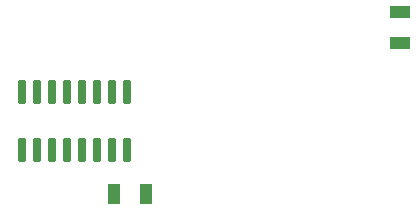
<source format=gtp>
G04*
G04 #@! TF.GenerationSoftware,Altium Limited,Altium Designer,22.2.1 (43)*
G04*
G04 Layer_Color=8421504*
%FSLAX25Y25*%
%MOIN*%
G70*
G04*
G04 #@! TF.SameCoordinates,22AEFC0F-6C44-4056-8772-BC97FD4EFD78*
G04*
G04*
G04 #@! TF.FilePolarity,Positive*
G04*
G01*
G75*
%ADD15R,0.04331X0.06693*%
G04:AMPARAMS|DCode=16|XSize=77.56mil|YSize=23.62mil|CornerRadius=2.95mil|HoleSize=0mil|Usage=FLASHONLY|Rotation=270.000|XOffset=0mil|YOffset=0mil|HoleType=Round|Shape=RoundedRectangle|*
%AMROUNDEDRECTD16*
21,1,0.07756,0.01772,0,0,270.0*
21,1,0.07165,0.02362,0,0,270.0*
1,1,0.00591,-0.00886,-0.03583*
1,1,0.00591,-0.00886,0.03583*
1,1,0.00591,0.00886,0.03583*
1,1,0.00591,0.00886,-0.03583*
%
%ADD16ROUNDEDRECTD16*%
%ADD17R,0.06693X0.04331*%
D15*
X96185Y48500D02*
D03*
X106815D02*
D03*
D16*
X100500Y82500D02*
D03*
X95500D02*
D03*
X90500D02*
D03*
X85500D02*
D03*
X80500D02*
D03*
X75500D02*
D03*
X70500D02*
D03*
X65500D02*
D03*
Y63012D02*
D03*
X70500D02*
D03*
X75500D02*
D03*
X80500D02*
D03*
X85500D02*
D03*
X90500D02*
D03*
X95500D02*
D03*
X100500D02*
D03*
D17*
X191500Y98685D02*
D03*
Y109315D02*
D03*
M02*

</source>
